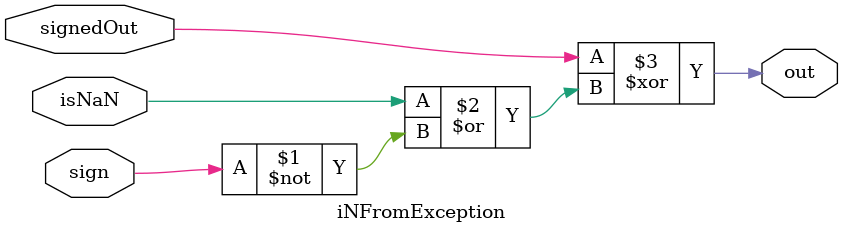
<source format=v>
module iNFromException(	// file.cleaned.mlir:2:3
  input  signedOut,	// file.cleaned.mlir:2:33
         isNaN,	// file.cleaned.mlir:2:53
         sign,	// file.cleaned.mlir:2:69
  output out	// file.cleaned.mlir:2:85
);

  assign out = signedOut ^ (isNaN | ~sign);	// file.cleaned.mlir:4:10, :5:10, :6:10, :7:5
endmodule


</source>
